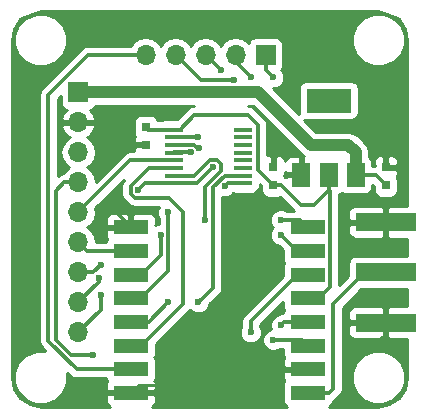
<source format=gbr>
G04 #@! TF.FileFunction,Copper,L1,Top,Signal*
%FSLAX46Y46*%
G04 Gerber Fmt 4.6, Leading zero omitted, Abs format (unit mm)*
G04 Created by KiCad (PCBNEW 4.0.7) date 05/10/18 06:31:36*
%MOMM*%
%LPD*%
G01*
G04 APERTURE LIST*
%ADD10C,0.100000*%
%ADD11R,0.750000X0.800000*%
%ADD12R,1.700000X1.700000*%
%ADD13O,1.700000X1.700000*%
%ADD14R,5.080000X1.500000*%
%ADD15R,3.800000X2.000000*%
%ADD16R,1.500000X2.000000*%
%ADD17R,1.500000X0.450000*%
%ADD18R,2.999740X1.198880*%
%ADD19C,0.600000*%
%ADD20C,1.080000*%
%ADD21C,0.250000*%
%ADD22C,0.300000*%
%ADD23C,1.000000*%
%ADD24C,0.254000*%
G04 APERTURE END LIST*
D10*
D11*
X120015000Y-88265000D03*
X120015000Y-86765000D03*
X140335000Y-90170000D03*
X140335000Y-91670000D03*
X130810000Y-90170000D03*
X130810000Y-91670000D03*
D12*
X114300000Y-83820000D03*
D13*
X114300000Y-86360000D03*
X114300000Y-88900000D03*
X114300000Y-91440000D03*
X114300000Y-93980000D03*
X114300000Y-96520000D03*
X114300000Y-99060000D03*
X114300000Y-101600000D03*
X114300000Y-104140000D03*
D12*
X130175000Y-80645000D03*
D13*
X127635000Y-80645000D03*
X125095000Y-80645000D03*
X122555000Y-80645000D03*
X120015000Y-80645000D03*
D14*
X140335000Y-103310000D03*
X140335000Y-94810000D03*
X140335000Y-99060000D03*
D15*
X135495000Y-84505000D03*
D16*
X135495000Y-90805000D03*
X137795000Y-90805000D03*
X133195000Y-90805000D03*
D17*
X122370000Y-86965000D03*
X122370000Y-87615000D03*
X122370000Y-88265000D03*
X122370000Y-88915000D03*
X122370000Y-89565000D03*
X122370000Y-90215000D03*
X122370000Y-90865000D03*
X122370000Y-91515000D03*
X128270000Y-91515000D03*
X128270000Y-90865000D03*
X128270000Y-90215000D03*
X128270000Y-89565000D03*
X128270000Y-88915000D03*
X128270000Y-88265000D03*
X128270000Y-87615000D03*
X128270000Y-86965000D03*
D18*
X118745000Y-95250000D03*
X118745000Y-97248980D03*
X118745000Y-99247960D03*
X118745000Y-101249480D03*
X118745000Y-103245920D03*
X118745000Y-105247440D03*
X118745000Y-107246420D03*
X118745000Y-109245400D03*
X133741160Y-109245400D03*
X133741160Y-107246420D03*
X133741160Y-105247440D03*
X133741160Y-103245920D03*
X133741160Y-101249480D03*
X133741160Y-99247960D03*
X133741160Y-97248980D03*
X133741160Y-95250000D03*
D19*
X140335000Y-85725000D03*
X130809994Y-88265000D03*
X109855000Y-95250000D03*
X109855000Y-101600000D03*
X115570000Y-109220000D03*
X123825000Y-108585000D03*
X129540000Y-108585000D03*
X116840000Y-93980000D03*
X119380000Y-92075000D03*
X125730000Y-90170000D03*
X117475000Y-87630000D03*
D20*
X137795000Y-105410000D03*
D19*
X128905000Y-104140000D03*
X115570000Y-106045000D03*
X124519620Y-88489633D03*
X116205000Y-98425000D03*
X126712613Y-91775767D03*
X116070378Y-99545368D03*
X125064989Y-94615000D03*
X116205000Y-100965000D03*
X131445000Y-95885000D03*
X130810000Y-82550000D03*
X131445000Y-94615000D03*
X128905000Y-82550000D03*
X130810000Y-104775000D03*
X126365014Y-81915000D03*
X131460010Y-103505000D03*
X127488033Y-82753780D03*
X121269990Y-95885000D03*
X124460000Y-87630000D03*
X123825000Y-88900000D03*
X121920000Y-93980000D03*
X121920000Y-101600000D03*
X124460000Y-101600000D03*
D21*
X140335000Y-90170000D02*
X140335000Y-85725000D01*
D22*
X130810000Y-88265006D02*
X130809994Y-88265000D01*
X130810000Y-90170000D02*
X130810000Y-88265006D01*
D21*
X109855000Y-101600000D02*
X109855000Y-95250000D01*
X118745000Y-109245400D02*
X115595400Y-109245400D01*
X115595400Y-109245400D02*
X115570000Y-109220000D01*
X123825000Y-108585000D02*
X119405400Y-108585000D01*
X119405400Y-108585000D02*
X118745000Y-109245400D01*
X133741160Y-107246420D02*
X130878580Y-107246420D01*
X130878580Y-107246420D02*
X129540000Y-108585000D01*
D22*
X116840000Y-93980000D02*
X117475000Y-93980000D01*
X117475000Y-93980000D02*
X118745000Y-95250000D01*
X122370000Y-91515000D02*
X119940000Y-91515000D01*
X119940000Y-91515000D02*
X119380000Y-92075000D01*
X122370000Y-91515000D02*
X124385000Y-91515000D01*
X124385000Y-91515000D02*
X125730000Y-90170000D01*
X120015000Y-88265000D02*
X118110000Y-88265000D01*
X118110000Y-88265000D02*
X117475000Y-87630000D01*
X140335000Y-103310000D02*
X140335000Y-104360000D01*
X140335000Y-104360000D02*
X139285000Y-105410000D01*
X139285000Y-105410000D02*
X137795000Y-105410000D01*
X130810000Y-91670000D02*
X130810000Y-91645000D01*
X124135000Y-85725000D02*
X122895000Y-86965000D01*
X129524986Y-86614984D02*
X128635002Y-85725000D01*
X129524986Y-90359986D02*
X129524986Y-86614984D01*
X122895000Y-86965000D02*
X122370000Y-86965000D01*
X128635002Y-85725000D02*
X124135000Y-85725000D01*
X130810000Y-91645000D02*
X129524986Y-90359986D01*
X133741160Y-101249480D02*
X134641590Y-101249480D01*
X134641590Y-101249480D02*
X135591031Y-100300039D01*
X135591031Y-100300039D02*
X135591031Y-92201031D01*
X135591031Y-92201031D02*
X135495000Y-92105000D01*
X135495000Y-92105000D02*
X135495000Y-90805000D01*
X122370000Y-86965000D02*
X120215000Y-86965000D01*
X120215000Y-86965000D02*
X120015000Y-86765000D01*
X134255000Y-93345000D02*
X133160000Y-93345000D01*
X133160000Y-93345000D02*
X131485000Y-91670000D01*
X131485000Y-91670000D02*
X130810000Y-91670000D01*
X135495000Y-92105000D02*
X134255000Y-93345000D01*
X137795000Y-90805000D02*
X139470000Y-90805000D01*
X139470000Y-90805000D02*
X140335000Y-91670000D01*
D23*
X114300000Y-83820000D02*
X129540000Y-83820000D01*
X129540000Y-83820000D02*
X133985000Y-88265000D01*
X133985000Y-88265000D02*
X137160000Y-88265000D01*
X137160000Y-88265000D02*
X137795000Y-88900000D01*
X137795000Y-88900000D02*
X137795000Y-90805000D01*
D22*
X128905000Y-104140000D02*
X128905000Y-103183690D01*
X128905000Y-103183690D02*
X132840730Y-99247960D01*
X132840730Y-99247960D02*
X133741160Y-99247960D01*
X112395000Y-104775000D02*
X113665000Y-106045000D01*
X113665000Y-106045000D02*
X115570000Y-106045000D01*
X112395000Y-92142919D02*
X112395000Y-104775000D01*
X114300000Y-91440000D02*
X113097919Y-91440000D01*
X113097919Y-91440000D02*
X112395000Y-92142919D01*
X114300000Y-93980000D02*
X118715000Y-89565000D01*
X118715000Y-89565000D02*
X122370000Y-89565000D01*
X118745000Y-97248980D02*
X115028980Y-97248980D01*
X115028980Y-97248980D02*
X114300000Y-96520000D01*
X124376635Y-88489633D02*
X124519620Y-88489633D01*
X124137001Y-88249999D02*
X124376635Y-88489633D01*
X123435001Y-88249999D02*
X124137001Y-88249999D01*
X123420000Y-88265000D02*
X123435001Y-88249999D01*
X122370000Y-88265000D02*
X123420000Y-88265000D01*
X114300000Y-99060000D02*
X115570000Y-99060000D01*
X115570000Y-99060000D02*
X116205000Y-98425000D01*
X128270000Y-91515000D02*
X126973380Y-91515000D01*
X126973380Y-91515000D02*
X126712613Y-91775767D01*
X114300000Y-101600000D02*
X116070378Y-99829622D01*
X116070378Y-99829622D02*
X116070378Y-99545368D01*
X124072996Y-90865000D02*
X125417998Y-89519998D01*
X126042002Y-89519998D02*
X126380002Y-89857998D01*
X126380002Y-89857998D02*
X126380002Y-90482002D01*
X122370000Y-90865000D02*
X124072996Y-90865000D01*
X125064989Y-94190736D02*
X125064989Y-94615000D01*
X125064989Y-91797015D02*
X125064989Y-94190736D01*
X125417998Y-89519998D02*
X126042002Y-89519998D01*
X126380002Y-90482002D02*
X125064989Y-91797015D01*
X114300000Y-104140000D02*
X116205000Y-102235000D01*
X116205000Y-102235000D02*
X116205000Y-100965000D01*
X131445000Y-95885000D02*
X132808980Y-97248980D01*
X132808980Y-97248980D02*
X133741160Y-97248980D01*
X130175000Y-80645000D02*
X130175000Y-81915000D01*
X130175000Y-81915000D02*
X130810000Y-82550000D01*
X131445000Y-94615000D02*
X133106160Y-94615000D01*
X133106160Y-94615000D02*
X133741160Y-95250000D01*
X127635000Y-80645000D02*
X127635000Y-81280000D01*
X127635000Y-81280000D02*
X128905000Y-82550000D01*
X130810000Y-104775000D02*
X133268720Y-104775000D01*
X133268720Y-104775000D02*
X133741160Y-105247440D01*
X125095000Y-80645000D02*
X126365000Y-81915000D01*
X126365000Y-81915000D02*
X126365014Y-81915000D01*
X131719090Y-103245920D02*
X131460010Y-103505000D01*
X133741160Y-103245920D02*
X131719090Y-103245920D01*
X127063769Y-82753780D02*
X127488033Y-82753780D01*
X124663780Y-82753780D02*
X127063769Y-82753780D01*
X122555000Y-80645000D02*
X124663780Y-82753780D01*
X118812919Y-80645000D02*
X120015000Y-80645000D01*
X115144998Y-80645000D02*
X118812919Y-80645000D01*
X111760000Y-84029998D02*
X115144998Y-80645000D01*
X111760000Y-104847122D02*
X111760000Y-84029998D01*
X114159298Y-107246420D02*
X111760000Y-104847122D01*
X118745000Y-107246420D02*
X114159298Y-107246420D01*
X133741160Y-109245400D02*
X135541030Y-109245400D01*
X135890000Y-108896430D02*
X135890000Y-101715000D01*
X135541030Y-109245400D02*
X135890000Y-108896430D01*
X138545000Y-99060000D02*
X140335000Y-99060000D01*
X135890000Y-101715000D02*
X138545000Y-99060000D01*
X119645430Y-99247960D02*
X121269990Y-97623400D01*
X121269990Y-97623400D02*
X121269990Y-96309264D01*
X118745000Y-99247960D02*
X119645430Y-99247960D01*
X121269990Y-96309264D02*
X121269990Y-95885000D01*
X124445000Y-87615000D02*
X124460000Y-87630000D01*
X122370000Y-87615000D02*
X124445000Y-87615000D01*
X123825000Y-88900000D02*
X122385000Y-88900000D01*
X122385000Y-88900000D02*
X122370000Y-88915000D01*
X118745000Y-101249480D02*
X119645430Y-101249480D01*
X119645430Y-101249480D02*
X121920000Y-98974910D01*
X121920000Y-98974910D02*
X121920000Y-93980000D01*
X121320000Y-90215000D02*
X122370000Y-90215000D01*
X120277996Y-90215000D02*
X121320000Y-90215000D01*
X118729998Y-92387002D02*
X118729998Y-91762998D01*
X119067998Y-92725002D02*
X118729998Y-92387002D01*
X121975000Y-92725002D02*
X119067998Y-92725002D01*
X123190000Y-93940002D02*
X121975000Y-92725002D01*
X123190000Y-101702870D02*
X123190000Y-93940002D01*
X119645430Y-105247440D02*
X123190000Y-101702870D01*
X118745000Y-105247440D02*
X119645430Y-105247440D01*
X118729998Y-91762998D02*
X120277996Y-90215000D01*
X124759999Y-101300001D02*
X124460000Y-101600000D01*
X125714999Y-100345001D02*
X124759999Y-101300001D01*
X125714999Y-91854127D02*
X125714999Y-100345001D01*
X128270000Y-90865000D02*
X126704126Y-90865000D01*
X126704126Y-90865000D02*
X125714999Y-91854127D01*
X121920000Y-101600000D02*
X120274080Y-103245920D01*
X120274080Y-103245920D02*
X118745000Y-103245920D01*
D24*
G36*
X142165000Y-101925000D02*
X140620750Y-101925000D01*
X140462000Y-102083750D01*
X140462000Y-103183000D01*
X140482000Y-103183000D01*
X140482000Y-103437000D01*
X140462000Y-103437000D01*
X140462000Y-104536250D01*
X140620750Y-104695000D01*
X142165000Y-104695000D01*
X142165000Y-107880069D01*
X141964512Y-108887993D01*
X141433183Y-109683183D01*
X140637993Y-110214512D01*
X139630069Y-110415000D01*
X135527634Y-110415000D01*
X135692471Y-110308930D01*
X135837461Y-110096730D01*
X135866367Y-109953987D01*
X136096109Y-109800479D01*
X136445079Y-109451509D01*
X136615245Y-109196837D01*
X136675000Y-108896430D01*
X136675000Y-108392619D01*
X137464613Y-108392619D01*
X137804155Y-109214372D01*
X138432321Y-109843636D01*
X139253481Y-110184611D01*
X140142619Y-110185387D01*
X140964372Y-109845845D01*
X141593636Y-109217679D01*
X141934611Y-108396519D01*
X141935387Y-107507381D01*
X141595845Y-106685628D01*
X140967679Y-106056364D01*
X140146519Y-105715389D01*
X139257381Y-105714613D01*
X138435628Y-106054155D01*
X137806364Y-106682321D01*
X137465389Y-107503481D01*
X137464613Y-108392619D01*
X136675000Y-108392619D01*
X136675000Y-103595750D01*
X137160000Y-103595750D01*
X137160000Y-104186309D01*
X137256673Y-104419698D01*
X137435301Y-104598327D01*
X137668690Y-104695000D01*
X140049250Y-104695000D01*
X140208000Y-104536250D01*
X140208000Y-103437000D01*
X137318750Y-103437000D01*
X137160000Y-103595750D01*
X136675000Y-103595750D01*
X136675000Y-102433691D01*
X137160000Y-102433691D01*
X137160000Y-103024250D01*
X137318750Y-103183000D01*
X140208000Y-103183000D01*
X140208000Y-102083750D01*
X140049250Y-101925000D01*
X137668690Y-101925000D01*
X137435301Y-102021673D01*
X137256673Y-102200302D01*
X137160000Y-102433691D01*
X136675000Y-102433691D01*
X136675000Y-102040158D01*
X138257718Y-100457440D01*
X142165000Y-100457440D01*
X142165000Y-101925000D01*
X142165000Y-101925000D01*
G37*
X142165000Y-101925000D02*
X140620750Y-101925000D01*
X140462000Y-102083750D01*
X140462000Y-103183000D01*
X140482000Y-103183000D01*
X140482000Y-103437000D01*
X140462000Y-103437000D01*
X140462000Y-104536250D01*
X140620750Y-104695000D01*
X142165000Y-104695000D01*
X142165000Y-107880069D01*
X141964512Y-108887993D01*
X141433183Y-109683183D01*
X140637993Y-110214512D01*
X139630069Y-110415000D01*
X135527634Y-110415000D01*
X135692471Y-110308930D01*
X135837461Y-110096730D01*
X135866367Y-109953987D01*
X136096109Y-109800479D01*
X136445079Y-109451509D01*
X136615245Y-109196837D01*
X136675000Y-108896430D01*
X136675000Y-108392619D01*
X137464613Y-108392619D01*
X137804155Y-109214372D01*
X138432321Y-109843636D01*
X139253481Y-110184611D01*
X140142619Y-110185387D01*
X140964372Y-109845845D01*
X141593636Y-109217679D01*
X141934611Y-108396519D01*
X141935387Y-107507381D01*
X141595845Y-106685628D01*
X140967679Y-106056364D01*
X140146519Y-105715389D01*
X139257381Y-105714613D01*
X138435628Y-106054155D01*
X137806364Y-106682321D01*
X137465389Y-107503481D01*
X137464613Y-108392619D01*
X136675000Y-108392619D01*
X136675000Y-103595750D01*
X137160000Y-103595750D01*
X137160000Y-104186309D01*
X137256673Y-104419698D01*
X137435301Y-104598327D01*
X137668690Y-104695000D01*
X140049250Y-104695000D01*
X140208000Y-104536250D01*
X140208000Y-103437000D01*
X137318750Y-103437000D01*
X137160000Y-103595750D01*
X136675000Y-103595750D01*
X136675000Y-102433691D01*
X137160000Y-102433691D01*
X137160000Y-103024250D01*
X137318750Y-103183000D01*
X140208000Y-103183000D01*
X140208000Y-102083750D01*
X140049250Y-101925000D01*
X137668690Y-101925000D01*
X137435301Y-102021673D01*
X137256673Y-102200302D01*
X137160000Y-102433691D01*
X136675000Y-102433691D01*
X136675000Y-102040158D01*
X138257718Y-100457440D01*
X142165000Y-100457440D01*
X142165000Y-101925000D01*
G36*
X141148816Y-77451809D02*
X141433183Y-77641817D01*
X141964512Y-78437007D01*
X142165000Y-79444931D01*
X142165000Y-93425000D01*
X140620750Y-93425000D01*
X140462000Y-93583750D01*
X140462000Y-94683000D01*
X140482000Y-94683000D01*
X140482000Y-94937000D01*
X140462000Y-94937000D01*
X140462000Y-96036250D01*
X140620750Y-96195000D01*
X142165000Y-96195000D01*
X142165000Y-97662560D01*
X137795000Y-97662560D01*
X137559683Y-97706838D01*
X137343559Y-97845910D01*
X137198569Y-98058110D01*
X137147560Y-98310000D01*
X137147560Y-99347282D01*
X136376031Y-100118811D01*
X136376031Y-95095750D01*
X137160000Y-95095750D01*
X137160000Y-95686309D01*
X137256673Y-95919698D01*
X137435301Y-96098327D01*
X137668690Y-96195000D01*
X140049250Y-96195000D01*
X140208000Y-96036250D01*
X140208000Y-94937000D01*
X137318750Y-94937000D01*
X137160000Y-95095750D01*
X136376031Y-95095750D01*
X136376031Y-93933691D01*
X137160000Y-93933691D01*
X137160000Y-94524250D01*
X137318750Y-94683000D01*
X140208000Y-94683000D01*
X140208000Y-93583750D01*
X140049250Y-93425000D01*
X137668690Y-93425000D01*
X137435301Y-93521673D01*
X137256673Y-93700302D01*
X137160000Y-93933691D01*
X136376031Y-93933691D01*
X136376031Y-92427785D01*
X136480317Y-92408162D01*
X136646477Y-92301241D01*
X136793110Y-92401431D01*
X137045000Y-92452440D01*
X138545000Y-92452440D01*
X138780317Y-92408162D01*
X138996441Y-92269090D01*
X139141431Y-92056890D01*
X139192440Y-91805000D01*
X139192440Y-91637598D01*
X139312560Y-91757718D01*
X139312560Y-92070000D01*
X139356838Y-92305317D01*
X139495910Y-92521441D01*
X139708110Y-92666431D01*
X139960000Y-92717440D01*
X140710000Y-92717440D01*
X140945317Y-92673162D01*
X141161441Y-92534090D01*
X141306431Y-92321890D01*
X141357440Y-92070000D01*
X141357440Y-91270000D01*
X141313162Y-91034683D01*
X141246671Y-90931354D01*
X141248327Y-90929698D01*
X141345000Y-90696309D01*
X141345000Y-90455750D01*
X141186250Y-90297000D01*
X140462000Y-90297000D01*
X140462000Y-90317000D01*
X140208000Y-90317000D01*
X140208000Y-90297000D01*
X140188000Y-90297000D01*
X140188000Y-90043000D01*
X140208000Y-90043000D01*
X140208000Y-89293750D01*
X140462000Y-89293750D01*
X140462000Y-90043000D01*
X141186250Y-90043000D01*
X141345000Y-89884250D01*
X141345000Y-89643691D01*
X141248327Y-89410302D01*
X141069699Y-89231673D01*
X140836310Y-89135000D01*
X140620750Y-89135000D01*
X140462000Y-89293750D01*
X140208000Y-89293750D01*
X140049250Y-89135000D01*
X139833690Y-89135000D01*
X139600301Y-89231673D01*
X139421673Y-89410302D01*
X139325000Y-89643691D01*
X139325000Y-89884250D01*
X139460750Y-90020000D01*
X139192440Y-90020000D01*
X139192440Y-89805000D01*
X139148162Y-89569683D01*
X139009090Y-89353559D01*
X138930000Y-89299519D01*
X138930000Y-88900000D01*
X138925208Y-88875910D01*
X138843604Y-88465655D01*
X138597566Y-88097434D01*
X137962566Y-87462434D01*
X137936224Y-87444833D01*
X137594346Y-87216397D01*
X137160000Y-87130000D01*
X134455132Y-87130000D01*
X133447754Y-86122622D01*
X133595000Y-86152440D01*
X137395000Y-86152440D01*
X137630317Y-86108162D01*
X137846441Y-85969090D01*
X137991431Y-85756890D01*
X138042440Y-85505000D01*
X138042440Y-83505000D01*
X137998162Y-83269683D01*
X137859090Y-83053559D01*
X137646890Y-82908569D01*
X137395000Y-82857560D01*
X133595000Y-82857560D01*
X133359683Y-82901838D01*
X133143559Y-83040910D01*
X132998569Y-83253110D01*
X132947560Y-83505000D01*
X132947560Y-85505000D01*
X132974777Y-85649645D01*
X130810133Y-83485001D01*
X130995167Y-83485162D01*
X131338943Y-83343117D01*
X131602192Y-83080327D01*
X131744838Y-82736799D01*
X131745162Y-82364833D01*
X131603117Y-82021057D01*
X131502779Y-81920543D01*
X131621431Y-81746890D01*
X131672440Y-81495000D01*
X131672440Y-79817619D01*
X137464613Y-79817619D01*
X137804155Y-80639372D01*
X138432321Y-81268636D01*
X139253481Y-81609611D01*
X140142619Y-81610387D01*
X140964372Y-81270845D01*
X141593636Y-80642679D01*
X141934611Y-79821519D01*
X141935387Y-78932381D01*
X141595845Y-78110628D01*
X140967679Y-77481364D01*
X140146519Y-77140389D01*
X139257381Y-77139613D01*
X138435628Y-77479155D01*
X137806364Y-78107321D01*
X137465389Y-78928481D01*
X137464613Y-79817619D01*
X131672440Y-79817619D01*
X131672440Y-79795000D01*
X131628162Y-79559683D01*
X131489090Y-79343559D01*
X131276890Y-79198569D01*
X131025000Y-79147560D01*
X129325000Y-79147560D01*
X129089683Y-79191838D01*
X128873559Y-79330910D01*
X128728569Y-79543110D01*
X128714914Y-79610541D01*
X128685054Y-79565853D01*
X128203285Y-79243946D01*
X127635000Y-79130907D01*
X127066715Y-79243946D01*
X126584946Y-79565853D01*
X126365000Y-79895026D01*
X126145054Y-79565853D01*
X125663285Y-79243946D01*
X125095000Y-79130907D01*
X124526715Y-79243946D01*
X124044946Y-79565853D01*
X123825000Y-79895026D01*
X123605054Y-79565853D01*
X123123285Y-79243946D01*
X122555000Y-79130907D01*
X121986715Y-79243946D01*
X121504946Y-79565853D01*
X121285000Y-79895026D01*
X121065054Y-79565853D01*
X120583285Y-79243946D01*
X120015000Y-79130907D01*
X119446715Y-79243946D01*
X118964946Y-79565853D01*
X118768404Y-79860000D01*
X115144998Y-79860000D01*
X114844591Y-79919755D01*
X114589919Y-80089921D01*
X111204921Y-83474919D01*
X111034755Y-83729591D01*
X110975000Y-84029998D01*
X110975000Y-104847122D01*
X111034755Y-105147529D01*
X111204921Y-105402201D01*
X111518062Y-105715342D01*
X110682381Y-105714613D01*
X109860628Y-106054155D01*
X109231364Y-106682321D01*
X108890389Y-107503481D01*
X108889613Y-108392619D01*
X109229155Y-109214372D01*
X109857321Y-109843636D01*
X110678481Y-110184611D01*
X111567619Y-110185387D01*
X112389372Y-109845845D01*
X113018636Y-109217679D01*
X113359611Y-108396519D01*
X113360343Y-107557623D01*
X113604219Y-107801499D01*
X113858892Y-107971665D01*
X114159298Y-108031420D01*
X116632606Y-108031420D01*
X116641968Y-108081177D01*
X116747651Y-108245413D01*
X116706803Y-108286261D01*
X116610130Y-108519650D01*
X116610130Y-108959650D01*
X116768880Y-109118400D01*
X118618000Y-109118400D01*
X118618000Y-109098400D01*
X118872000Y-109098400D01*
X118872000Y-109118400D01*
X120721120Y-109118400D01*
X120879870Y-108959650D01*
X120879870Y-108519650D01*
X120783197Y-108286261D01*
X120741195Y-108244260D01*
X120841301Y-108097750D01*
X120892310Y-107845860D01*
X120892310Y-106646980D01*
X120848032Y-106411663D01*
X120741078Y-106245452D01*
X120841301Y-106098770D01*
X120892310Y-105846880D01*
X120892310Y-105110718D01*
X123745079Y-102257949D01*
X123765362Y-102227594D01*
X123929673Y-102392192D01*
X124273201Y-102534838D01*
X124645167Y-102535162D01*
X124988943Y-102393117D01*
X125252192Y-102130327D01*
X125394838Y-101786799D01*
X125394848Y-101775310D01*
X126270078Y-100900080D01*
X126440244Y-100645408D01*
X126499999Y-100345001D01*
X126499999Y-92699886D01*
X126525814Y-92710605D01*
X126897780Y-92710929D01*
X127241556Y-92568884D01*
X127439622Y-92371163D01*
X127520000Y-92387440D01*
X129020000Y-92387440D01*
X129255317Y-92343162D01*
X129471441Y-92204090D01*
X129616431Y-91991890D01*
X129667440Y-91740000D01*
X129667440Y-91612598D01*
X129787560Y-91732718D01*
X129787560Y-92070000D01*
X129831838Y-92305317D01*
X129970910Y-92521441D01*
X130183110Y-92666431D01*
X130435000Y-92717440D01*
X131185000Y-92717440D01*
X131384705Y-92679863D01*
X132534842Y-93830000D01*
X131982506Y-93830000D01*
X131975327Y-93822808D01*
X131631799Y-93680162D01*
X131259833Y-93679838D01*
X130916057Y-93821883D01*
X130652808Y-94084673D01*
X130510162Y-94428201D01*
X130509838Y-94800167D01*
X130651883Y-95143943D01*
X130757710Y-95249954D01*
X130652808Y-95354673D01*
X130510162Y-95698201D01*
X130509838Y-96070167D01*
X130651883Y-96413943D01*
X130914673Y-96677192D01*
X131258201Y-96819838D01*
X131269690Y-96819848D01*
X131593850Y-97144008D01*
X131593850Y-97848420D01*
X131638128Y-98083737D01*
X131745082Y-98249948D01*
X131644859Y-98396630D01*
X131593850Y-98648520D01*
X131593850Y-99384682D01*
X128349921Y-102628611D01*
X128179755Y-102883283D01*
X128166500Y-102949921D01*
X128120000Y-103183690D01*
X128120000Y-103602494D01*
X128112808Y-103609673D01*
X127970162Y-103953201D01*
X127969838Y-104325167D01*
X128111883Y-104668943D01*
X128374673Y-104932192D01*
X128718201Y-105074838D01*
X129090167Y-105075162D01*
X129433943Y-104933117D01*
X129697192Y-104670327D01*
X129839838Y-104326799D01*
X129840162Y-103954833D01*
X129698117Y-103611057D01*
X129690000Y-103602926D01*
X129690000Y-103508848D01*
X131593850Y-101604998D01*
X131593850Y-101848920D01*
X131638128Y-102084237D01*
X131744240Y-102249140D01*
X131644859Y-102394590D01*
X131627747Y-102479089D01*
X131418684Y-102520675D01*
X131345014Y-102569899D01*
X131274843Y-102569838D01*
X130931067Y-102711883D01*
X130667818Y-102974673D01*
X130525172Y-103318201D01*
X130524848Y-103690167D01*
X130592253Y-103853300D01*
X130281057Y-103981883D01*
X130017808Y-104244673D01*
X129875162Y-104588201D01*
X129874838Y-104960167D01*
X130016883Y-105303943D01*
X130279673Y-105567192D01*
X130623201Y-105709838D01*
X130995167Y-105710162D01*
X131338943Y-105568117D01*
X131347074Y-105560000D01*
X131593850Y-105560000D01*
X131593850Y-105846880D01*
X131638128Y-106082197D01*
X131743811Y-106246433D01*
X131702963Y-106287281D01*
X131606290Y-106520670D01*
X131606290Y-106960670D01*
X131765040Y-107119420D01*
X133614160Y-107119420D01*
X133614160Y-107099420D01*
X133868160Y-107099420D01*
X133868160Y-107119420D01*
X133888160Y-107119420D01*
X133888160Y-107373420D01*
X133868160Y-107373420D01*
X133868160Y-107393420D01*
X133614160Y-107393420D01*
X133614160Y-107373420D01*
X131765040Y-107373420D01*
X131606290Y-107532170D01*
X131606290Y-107972170D01*
X131702963Y-108205559D01*
X131744965Y-108247560D01*
X131644859Y-108394070D01*
X131593850Y-108645960D01*
X131593850Y-109844840D01*
X131638128Y-110080157D01*
X131777200Y-110296281D01*
X131950951Y-110415000D01*
X120527716Y-110415000D01*
X120604568Y-110383167D01*
X120783197Y-110204539D01*
X120879870Y-109971150D01*
X120879870Y-109531150D01*
X120721120Y-109372400D01*
X118872000Y-109372400D01*
X118872000Y-109392400D01*
X118618000Y-109392400D01*
X118618000Y-109372400D01*
X116768880Y-109372400D01*
X116610130Y-109531150D01*
X116610130Y-109971150D01*
X116706803Y-110204539D01*
X116885432Y-110383167D01*
X116962284Y-110415000D01*
X111194931Y-110415000D01*
X110187007Y-110214512D01*
X109391817Y-109683183D01*
X108860488Y-108887993D01*
X108660000Y-107880069D01*
X108660000Y-79817619D01*
X108889613Y-79817619D01*
X109229155Y-80639372D01*
X109857321Y-81268636D01*
X110678481Y-81609611D01*
X111567619Y-81610387D01*
X112389372Y-81270845D01*
X113018636Y-80642679D01*
X113359611Y-79821519D01*
X113360387Y-78932381D01*
X113020845Y-78110628D01*
X112392679Y-77481364D01*
X111571519Y-77140389D01*
X110682381Y-77139613D01*
X109860628Y-77479155D01*
X109231364Y-78107321D01*
X108890389Y-78928481D01*
X108889613Y-79817619D01*
X108660000Y-79817619D01*
X108660000Y-79444931D01*
X108860488Y-78437007D01*
X109391817Y-77641817D01*
X109676184Y-77451809D01*
X111145610Y-76962000D01*
X139679390Y-76962000D01*
X141148816Y-77451809D01*
X141148816Y-77451809D01*
G37*
X141148816Y-77451809D02*
X141433183Y-77641817D01*
X141964512Y-78437007D01*
X142165000Y-79444931D01*
X142165000Y-93425000D01*
X140620750Y-93425000D01*
X140462000Y-93583750D01*
X140462000Y-94683000D01*
X140482000Y-94683000D01*
X140482000Y-94937000D01*
X140462000Y-94937000D01*
X140462000Y-96036250D01*
X140620750Y-96195000D01*
X142165000Y-96195000D01*
X142165000Y-97662560D01*
X137795000Y-97662560D01*
X137559683Y-97706838D01*
X137343559Y-97845910D01*
X137198569Y-98058110D01*
X137147560Y-98310000D01*
X137147560Y-99347282D01*
X136376031Y-100118811D01*
X136376031Y-95095750D01*
X137160000Y-95095750D01*
X137160000Y-95686309D01*
X137256673Y-95919698D01*
X137435301Y-96098327D01*
X137668690Y-96195000D01*
X140049250Y-96195000D01*
X140208000Y-96036250D01*
X140208000Y-94937000D01*
X137318750Y-94937000D01*
X137160000Y-95095750D01*
X136376031Y-95095750D01*
X136376031Y-93933691D01*
X137160000Y-93933691D01*
X137160000Y-94524250D01*
X137318750Y-94683000D01*
X140208000Y-94683000D01*
X140208000Y-93583750D01*
X140049250Y-93425000D01*
X137668690Y-93425000D01*
X137435301Y-93521673D01*
X137256673Y-93700302D01*
X137160000Y-93933691D01*
X136376031Y-93933691D01*
X136376031Y-92427785D01*
X136480317Y-92408162D01*
X136646477Y-92301241D01*
X136793110Y-92401431D01*
X137045000Y-92452440D01*
X138545000Y-92452440D01*
X138780317Y-92408162D01*
X138996441Y-92269090D01*
X139141431Y-92056890D01*
X139192440Y-91805000D01*
X139192440Y-91637598D01*
X139312560Y-91757718D01*
X139312560Y-92070000D01*
X139356838Y-92305317D01*
X139495910Y-92521441D01*
X139708110Y-92666431D01*
X139960000Y-92717440D01*
X140710000Y-92717440D01*
X140945317Y-92673162D01*
X141161441Y-92534090D01*
X141306431Y-92321890D01*
X141357440Y-92070000D01*
X141357440Y-91270000D01*
X141313162Y-91034683D01*
X141246671Y-90931354D01*
X141248327Y-90929698D01*
X141345000Y-90696309D01*
X141345000Y-90455750D01*
X141186250Y-90297000D01*
X140462000Y-90297000D01*
X140462000Y-90317000D01*
X140208000Y-90317000D01*
X140208000Y-90297000D01*
X140188000Y-90297000D01*
X140188000Y-90043000D01*
X140208000Y-90043000D01*
X140208000Y-89293750D01*
X140462000Y-89293750D01*
X140462000Y-90043000D01*
X141186250Y-90043000D01*
X141345000Y-89884250D01*
X141345000Y-89643691D01*
X141248327Y-89410302D01*
X141069699Y-89231673D01*
X140836310Y-89135000D01*
X140620750Y-89135000D01*
X140462000Y-89293750D01*
X140208000Y-89293750D01*
X140049250Y-89135000D01*
X139833690Y-89135000D01*
X139600301Y-89231673D01*
X139421673Y-89410302D01*
X139325000Y-89643691D01*
X139325000Y-89884250D01*
X139460750Y-90020000D01*
X139192440Y-90020000D01*
X139192440Y-89805000D01*
X139148162Y-89569683D01*
X139009090Y-89353559D01*
X138930000Y-89299519D01*
X138930000Y-88900000D01*
X138925208Y-88875910D01*
X138843604Y-88465655D01*
X138597566Y-88097434D01*
X137962566Y-87462434D01*
X137936224Y-87444833D01*
X137594346Y-87216397D01*
X137160000Y-87130000D01*
X134455132Y-87130000D01*
X133447754Y-86122622D01*
X133595000Y-86152440D01*
X137395000Y-86152440D01*
X137630317Y-86108162D01*
X137846441Y-85969090D01*
X137991431Y-85756890D01*
X138042440Y-85505000D01*
X138042440Y-83505000D01*
X137998162Y-83269683D01*
X137859090Y-83053559D01*
X137646890Y-82908569D01*
X137395000Y-82857560D01*
X133595000Y-82857560D01*
X133359683Y-82901838D01*
X133143559Y-83040910D01*
X132998569Y-83253110D01*
X132947560Y-83505000D01*
X132947560Y-85505000D01*
X132974777Y-85649645D01*
X130810133Y-83485001D01*
X130995167Y-83485162D01*
X131338943Y-83343117D01*
X131602192Y-83080327D01*
X131744838Y-82736799D01*
X131745162Y-82364833D01*
X131603117Y-82021057D01*
X131502779Y-81920543D01*
X131621431Y-81746890D01*
X131672440Y-81495000D01*
X131672440Y-79817619D01*
X137464613Y-79817619D01*
X137804155Y-80639372D01*
X138432321Y-81268636D01*
X139253481Y-81609611D01*
X140142619Y-81610387D01*
X140964372Y-81270845D01*
X141593636Y-80642679D01*
X141934611Y-79821519D01*
X141935387Y-78932381D01*
X141595845Y-78110628D01*
X140967679Y-77481364D01*
X140146519Y-77140389D01*
X139257381Y-77139613D01*
X138435628Y-77479155D01*
X137806364Y-78107321D01*
X137465389Y-78928481D01*
X137464613Y-79817619D01*
X131672440Y-79817619D01*
X131672440Y-79795000D01*
X131628162Y-79559683D01*
X131489090Y-79343559D01*
X131276890Y-79198569D01*
X131025000Y-79147560D01*
X129325000Y-79147560D01*
X129089683Y-79191838D01*
X128873559Y-79330910D01*
X128728569Y-79543110D01*
X128714914Y-79610541D01*
X128685054Y-79565853D01*
X128203285Y-79243946D01*
X127635000Y-79130907D01*
X127066715Y-79243946D01*
X126584946Y-79565853D01*
X126365000Y-79895026D01*
X126145054Y-79565853D01*
X125663285Y-79243946D01*
X125095000Y-79130907D01*
X124526715Y-79243946D01*
X124044946Y-79565853D01*
X123825000Y-79895026D01*
X123605054Y-79565853D01*
X123123285Y-79243946D01*
X122555000Y-79130907D01*
X121986715Y-79243946D01*
X121504946Y-79565853D01*
X121285000Y-79895026D01*
X121065054Y-79565853D01*
X120583285Y-79243946D01*
X120015000Y-79130907D01*
X119446715Y-79243946D01*
X118964946Y-79565853D01*
X118768404Y-79860000D01*
X115144998Y-79860000D01*
X114844591Y-79919755D01*
X114589919Y-80089921D01*
X111204921Y-83474919D01*
X111034755Y-83729591D01*
X110975000Y-84029998D01*
X110975000Y-104847122D01*
X111034755Y-105147529D01*
X111204921Y-105402201D01*
X111518062Y-105715342D01*
X110682381Y-105714613D01*
X109860628Y-106054155D01*
X109231364Y-106682321D01*
X108890389Y-107503481D01*
X108889613Y-108392619D01*
X109229155Y-109214372D01*
X109857321Y-109843636D01*
X110678481Y-110184611D01*
X111567619Y-110185387D01*
X112389372Y-109845845D01*
X113018636Y-109217679D01*
X113359611Y-108396519D01*
X113360343Y-107557623D01*
X113604219Y-107801499D01*
X113858892Y-107971665D01*
X114159298Y-108031420D01*
X116632606Y-108031420D01*
X116641968Y-108081177D01*
X116747651Y-108245413D01*
X116706803Y-108286261D01*
X116610130Y-108519650D01*
X116610130Y-108959650D01*
X116768880Y-109118400D01*
X118618000Y-109118400D01*
X118618000Y-109098400D01*
X118872000Y-109098400D01*
X118872000Y-109118400D01*
X120721120Y-109118400D01*
X120879870Y-108959650D01*
X120879870Y-108519650D01*
X120783197Y-108286261D01*
X120741195Y-108244260D01*
X120841301Y-108097750D01*
X120892310Y-107845860D01*
X120892310Y-106646980D01*
X120848032Y-106411663D01*
X120741078Y-106245452D01*
X120841301Y-106098770D01*
X120892310Y-105846880D01*
X120892310Y-105110718D01*
X123745079Y-102257949D01*
X123765362Y-102227594D01*
X123929673Y-102392192D01*
X124273201Y-102534838D01*
X124645167Y-102535162D01*
X124988943Y-102393117D01*
X125252192Y-102130327D01*
X125394838Y-101786799D01*
X125394848Y-101775310D01*
X126270078Y-100900080D01*
X126440244Y-100645408D01*
X126499999Y-100345001D01*
X126499999Y-92699886D01*
X126525814Y-92710605D01*
X126897780Y-92710929D01*
X127241556Y-92568884D01*
X127439622Y-92371163D01*
X127520000Y-92387440D01*
X129020000Y-92387440D01*
X129255317Y-92343162D01*
X129471441Y-92204090D01*
X129616431Y-91991890D01*
X129667440Y-91740000D01*
X129667440Y-91612598D01*
X129787560Y-91732718D01*
X129787560Y-92070000D01*
X129831838Y-92305317D01*
X129970910Y-92521441D01*
X130183110Y-92666431D01*
X130435000Y-92717440D01*
X131185000Y-92717440D01*
X131384705Y-92679863D01*
X132534842Y-93830000D01*
X131982506Y-93830000D01*
X131975327Y-93822808D01*
X131631799Y-93680162D01*
X131259833Y-93679838D01*
X130916057Y-93821883D01*
X130652808Y-94084673D01*
X130510162Y-94428201D01*
X130509838Y-94800167D01*
X130651883Y-95143943D01*
X130757710Y-95249954D01*
X130652808Y-95354673D01*
X130510162Y-95698201D01*
X130509838Y-96070167D01*
X130651883Y-96413943D01*
X130914673Y-96677192D01*
X131258201Y-96819838D01*
X131269690Y-96819848D01*
X131593850Y-97144008D01*
X131593850Y-97848420D01*
X131638128Y-98083737D01*
X131745082Y-98249948D01*
X131644859Y-98396630D01*
X131593850Y-98648520D01*
X131593850Y-99384682D01*
X128349921Y-102628611D01*
X128179755Y-102883283D01*
X128166500Y-102949921D01*
X128120000Y-103183690D01*
X128120000Y-103602494D01*
X128112808Y-103609673D01*
X127970162Y-103953201D01*
X127969838Y-104325167D01*
X128111883Y-104668943D01*
X128374673Y-104932192D01*
X128718201Y-105074838D01*
X129090167Y-105075162D01*
X129433943Y-104933117D01*
X129697192Y-104670327D01*
X129839838Y-104326799D01*
X129840162Y-103954833D01*
X129698117Y-103611057D01*
X129690000Y-103602926D01*
X129690000Y-103508848D01*
X131593850Y-101604998D01*
X131593850Y-101848920D01*
X131638128Y-102084237D01*
X131744240Y-102249140D01*
X131644859Y-102394590D01*
X131627747Y-102479089D01*
X131418684Y-102520675D01*
X131345014Y-102569899D01*
X131274843Y-102569838D01*
X130931067Y-102711883D01*
X130667818Y-102974673D01*
X130525172Y-103318201D01*
X130524848Y-103690167D01*
X130592253Y-103853300D01*
X130281057Y-103981883D01*
X130017808Y-104244673D01*
X129875162Y-104588201D01*
X129874838Y-104960167D01*
X130016883Y-105303943D01*
X130279673Y-105567192D01*
X130623201Y-105709838D01*
X130995167Y-105710162D01*
X131338943Y-105568117D01*
X131347074Y-105560000D01*
X131593850Y-105560000D01*
X131593850Y-105846880D01*
X131638128Y-106082197D01*
X131743811Y-106246433D01*
X131702963Y-106287281D01*
X131606290Y-106520670D01*
X131606290Y-106960670D01*
X131765040Y-107119420D01*
X133614160Y-107119420D01*
X133614160Y-107099420D01*
X133868160Y-107099420D01*
X133868160Y-107119420D01*
X133888160Y-107119420D01*
X133888160Y-107373420D01*
X133868160Y-107373420D01*
X133868160Y-107393420D01*
X133614160Y-107393420D01*
X133614160Y-107373420D01*
X131765040Y-107373420D01*
X131606290Y-107532170D01*
X131606290Y-107972170D01*
X131702963Y-108205559D01*
X131744965Y-108247560D01*
X131644859Y-108394070D01*
X131593850Y-108645960D01*
X131593850Y-109844840D01*
X131638128Y-110080157D01*
X131777200Y-110296281D01*
X131950951Y-110415000D01*
X120527716Y-110415000D01*
X120604568Y-110383167D01*
X120783197Y-110204539D01*
X120879870Y-109971150D01*
X120879870Y-109531150D01*
X120721120Y-109372400D01*
X118872000Y-109372400D01*
X118872000Y-109392400D01*
X118618000Y-109392400D01*
X118618000Y-109372400D01*
X116768880Y-109372400D01*
X116610130Y-109531150D01*
X116610130Y-109971150D01*
X116706803Y-110204539D01*
X116885432Y-110383167D01*
X116962284Y-110415000D01*
X111194931Y-110415000D01*
X110187007Y-110214512D01*
X109391817Y-109683183D01*
X108860488Y-108887993D01*
X108660000Y-107880069D01*
X108660000Y-79817619D01*
X108889613Y-79817619D01*
X109229155Y-80639372D01*
X109857321Y-81268636D01*
X110678481Y-81609611D01*
X111567619Y-81610387D01*
X112389372Y-81270845D01*
X113018636Y-80642679D01*
X113359611Y-79821519D01*
X113360387Y-78932381D01*
X113020845Y-78110628D01*
X112392679Y-77481364D01*
X111571519Y-77140389D01*
X110682381Y-77139613D01*
X109860628Y-77479155D01*
X109231364Y-78107321D01*
X108890389Y-78928481D01*
X108889613Y-79817619D01*
X108660000Y-79817619D01*
X108660000Y-79444931D01*
X108860488Y-78437007D01*
X109391817Y-77641817D01*
X109676184Y-77451809D01*
X111145610Y-76962000D01*
X139679390Y-76962000D01*
X141148816Y-77451809D01*
G36*
X118004753Y-91462591D02*
X117994328Y-91515000D01*
X117944998Y-91762998D01*
X117944998Y-92387002D01*
X118004753Y-92687409D01*
X118174919Y-92942081D01*
X118512919Y-93280081D01*
X118767591Y-93450247D01*
X119067998Y-93510002D01*
X121102757Y-93510002D01*
X120985162Y-93793201D01*
X120984838Y-94165167D01*
X121126883Y-94508943D01*
X121135000Y-94517074D01*
X121135000Y-94949882D01*
X121084823Y-94949838D01*
X120760116Y-95084004D01*
X120879870Y-94964250D01*
X120879870Y-94524250D01*
X120783197Y-94290861D01*
X120604568Y-94112233D01*
X120371179Y-94015560D01*
X119030750Y-94015560D01*
X118872000Y-94174310D01*
X118872000Y-95123000D01*
X118892000Y-95123000D01*
X118892000Y-95377000D01*
X118872000Y-95377000D01*
X118872000Y-95397000D01*
X118618000Y-95397000D01*
X118618000Y-95377000D01*
X116768880Y-95377000D01*
X116610130Y-95535750D01*
X116610130Y-95975750D01*
X116706803Y-96209139D01*
X116748805Y-96251140D01*
X116648699Y-96397650D01*
X116635267Y-96463980D01*
X115802950Y-96463980D01*
X115701054Y-95951715D01*
X115379147Y-95469946D01*
X115049974Y-95250000D01*
X115379147Y-95030054D01*
X115701054Y-94548285D01*
X115705834Y-94524250D01*
X116610130Y-94524250D01*
X116610130Y-94964250D01*
X116768880Y-95123000D01*
X118618000Y-95123000D01*
X118618000Y-94174310D01*
X118459250Y-94015560D01*
X117118821Y-94015560D01*
X116885432Y-94112233D01*
X116706803Y-94290861D01*
X116610130Y-94524250D01*
X115705834Y-94524250D01*
X115814093Y-93980000D01*
X115747076Y-93643082D01*
X118160179Y-91229979D01*
X118004753Y-91462591D01*
X118004753Y-91462591D01*
G37*
X118004753Y-91462591D02*
X117994328Y-91515000D01*
X117944998Y-91762998D01*
X117944998Y-92387002D01*
X118004753Y-92687409D01*
X118174919Y-92942081D01*
X118512919Y-93280081D01*
X118767591Y-93450247D01*
X119067998Y-93510002D01*
X121102757Y-93510002D01*
X120985162Y-93793201D01*
X120984838Y-94165167D01*
X121126883Y-94508943D01*
X121135000Y-94517074D01*
X121135000Y-94949882D01*
X121084823Y-94949838D01*
X120760116Y-95084004D01*
X120879870Y-94964250D01*
X120879870Y-94524250D01*
X120783197Y-94290861D01*
X120604568Y-94112233D01*
X120371179Y-94015560D01*
X119030750Y-94015560D01*
X118872000Y-94174310D01*
X118872000Y-95123000D01*
X118892000Y-95123000D01*
X118892000Y-95377000D01*
X118872000Y-95377000D01*
X118872000Y-95397000D01*
X118618000Y-95397000D01*
X118618000Y-95377000D01*
X116768880Y-95377000D01*
X116610130Y-95535750D01*
X116610130Y-95975750D01*
X116706803Y-96209139D01*
X116748805Y-96251140D01*
X116648699Y-96397650D01*
X116635267Y-96463980D01*
X115802950Y-96463980D01*
X115701054Y-95951715D01*
X115379147Y-95469946D01*
X115049974Y-95250000D01*
X115379147Y-95030054D01*
X115701054Y-94548285D01*
X115705834Y-94524250D01*
X116610130Y-94524250D01*
X116610130Y-94964250D01*
X116768880Y-95123000D01*
X118618000Y-95123000D01*
X118618000Y-94174310D01*
X118459250Y-94015560D01*
X117118821Y-94015560D01*
X116885432Y-94112233D01*
X116706803Y-94290861D01*
X116610130Y-94524250D01*
X115705834Y-94524250D01*
X115814093Y-93980000D01*
X115747076Y-93643082D01*
X118160179Y-91229979D01*
X118004753Y-91462591D01*
G36*
X112802560Y-84670000D02*
X112846838Y-84905317D01*
X112985910Y-85121441D01*
X113198110Y-85266431D01*
X113306107Y-85288301D01*
X113028355Y-85593076D01*
X112858524Y-86003110D01*
X112979845Y-86233000D01*
X114173000Y-86233000D01*
X114173000Y-86213000D01*
X114427000Y-86213000D01*
X114427000Y-86233000D01*
X115620155Y-86233000D01*
X115741476Y-86003110D01*
X115571645Y-85593076D01*
X115295499Y-85290063D01*
X115385317Y-85273162D01*
X115601441Y-85134090D01*
X115723808Y-84955000D01*
X124059591Y-84955000D01*
X123834594Y-84999755D01*
X123579921Y-85169921D01*
X122657282Y-86092560D01*
X121620000Y-86092560D01*
X121384683Y-86136838D01*
X121317607Y-86180000D01*
X121002630Y-86180000D01*
X120993162Y-86129683D01*
X120854090Y-85913559D01*
X120641890Y-85768569D01*
X120390000Y-85717560D01*
X119640000Y-85717560D01*
X119404683Y-85761838D01*
X119188559Y-85900910D01*
X119043569Y-86113110D01*
X118992560Y-86365000D01*
X118992560Y-87165000D01*
X119036838Y-87400317D01*
X119103329Y-87503646D01*
X119101673Y-87505302D01*
X119005000Y-87738691D01*
X119005000Y-87979250D01*
X119163750Y-88138000D01*
X119888000Y-88138000D01*
X119888000Y-88118000D01*
X120142000Y-88118000D01*
X120142000Y-88138000D01*
X120162000Y-88138000D01*
X120162000Y-88392000D01*
X120142000Y-88392000D01*
X120142000Y-88412000D01*
X119888000Y-88412000D01*
X119888000Y-88392000D01*
X119163750Y-88392000D01*
X119005000Y-88550750D01*
X119005000Y-88780000D01*
X118715000Y-88780000D01*
X118414594Y-88839755D01*
X118159921Y-89009921D01*
X115800115Y-91369727D01*
X115701054Y-90871715D01*
X115379147Y-90389946D01*
X115049974Y-90170000D01*
X115379147Y-89950054D01*
X115701054Y-89468285D01*
X115814093Y-88900000D01*
X115701054Y-88331715D01*
X115379147Y-87849946D01*
X115038447Y-87622298D01*
X115181358Y-87555183D01*
X115571645Y-87126924D01*
X115741476Y-86716890D01*
X115620155Y-86487000D01*
X114427000Y-86487000D01*
X114427000Y-86507000D01*
X114173000Y-86507000D01*
X114173000Y-86487000D01*
X112979845Y-86487000D01*
X112858524Y-86716890D01*
X113028355Y-87126924D01*
X113418642Y-87555183D01*
X113561553Y-87622298D01*
X113220853Y-87849946D01*
X112898946Y-88331715D01*
X112785907Y-88900000D01*
X112898946Y-89468285D01*
X113220853Y-89950054D01*
X113550026Y-90170000D01*
X113220853Y-90389946D01*
X113035447Y-90667426D01*
X112797513Y-90714755D01*
X112545000Y-90883478D01*
X112545000Y-84355156D01*
X112802560Y-84097596D01*
X112802560Y-84670000D01*
X112802560Y-84670000D01*
G37*
X112802560Y-84670000D02*
X112846838Y-84905317D01*
X112985910Y-85121441D01*
X113198110Y-85266431D01*
X113306107Y-85288301D01*
X113028355Y-85593076D01*
X112858524Y-86003110D01*
X112979845Y-86233000D01*
X114173000Y-86233000D01*
X114173000Y-86213000D01*
X114427000Y-86213000D01*
X114427000Y-86233000D01*
X115620155Y-86233000D01*
X115741476Y-86003110D01*
X115571645Y-85593076D01*
X115295499Y-85290063D01*
X115385317Y-85273162D01*
X115601441Y-85134090D01*
X115723808Y-84955000D01*
X124059591Y-84955000D01*
X123834594Y-84999755D01*
X123579921Y-85169921D01*
X122657282Y-86092560D01*
X121620000Y-86092560D01*
X121384683Y-86136838D01*
X121317607Y-86180000D01*
X121002630Y-86180000D01*
X120993162Y-86129683D01*
X120854090Y-85913559D01*
X120641890Y-85768569D01*
X120390000Y-85717560D01*
X119640000Y-85717560D01*
X119404683Y-85761838D01*
X119188559Y-85900910D01*
X119043569Y-86113110D01*
X118992560Y-86365000D01*
X118992560Y-87165000D01*
X119036838Y-87400317D01*
X119103329Y-87503646D01*
X119101673Y-87505302D01*
X119005000Y-87738691D01*
X119005000Y-87979250D01*
X119163750Y-88138000D01*
X119888000Y-88138000D01*
X119888000Y-88118000D01*
X120142000Y-88118000D01*
X120142000Y-88138000D01*
X120162000Y-88138000D01*
X120162000Y-88392000D01*
X120142000Y-88392000D01*
X120142000Y-88412000D01*
X119888000Y-88412000D01*
X119888000Y-88392000D01*
X119163750Y-88392000D01*
X119005000Y-88550750D01*
X119005000Y-88780000D01*
X118715000Y-88780000D01*
X118414594Y-88839755D01*
X118159921Y-89009921D01*
X115800115Y-91369727D01*
X115701054Y-90871715D01*
X115379147Y-90389946D01*
X115049974Y-90170000D01*
X115379147Y-89950054D01*
X115701054Y-89468285D01*
X115814093Y-88900000D01*
X115701054Y-88331715D01*
X115379147Y-87849946D01*
X115038447Y-87622298D01*
X115181358Y-87555183D01*
X115571645Y-87126924D01*
X115741476Y-86716890D01*
X115620155Y-86487000D01*
X114427000Y-86487000D01*
X114427000Y-86507000D01*
X114173000Y-86507000D01*
X114173000Y-86487000D01*
X112979845Y-86487000D01*
X112858524Y-86716890D01*
X113028355Y-87126924D01*
X113418642Y-87555183D01*
X113561553Y-87622298D01*
X113220853Y-87849946D01*
X112898946Y-88331715D01*
X112785907Y-88900000D01*
X112898946Y-89468285D01*
X113220853Y-89950054D01*
X113550026Y-90170000D01*
X113220853Y-90389946D01*
X113035447Y-90667426D01*
X112797513Y-90714755D01*
X112545000Y-90883478D01*
X112545000Y-84355156D01*
X112802560Y-84097596D01*
X112802560Y-84670000D01*
G36*
X133182434Y-89067566D02*
X133422666Y-89228084D01*
X133322000Y-89328750D01*
X133322000Y-90678000D01*
X133342000Y-90678000D01*
X133342000Y-90932000D01*
X133322000Y-90932000D01*
X133322000Y-90952000D01*
X133068000Y-90952000D01*
X133068000Y-90932000D01*
X131968750Y-90932000D01*
X131887667Y-91013083D01*
X131785407Y-90944755D01*
X131722205Y-90932183D01*
X131721671Y-90931354D01*
X131723327Y-90929698D01*
X131820000Y-90696309D01*
X131820000Y-90529250D01*
X131968750Y-90678000D01*
X133068000Y-90678000D01*
X133068000Y-89328750D01*
X132909250Y-89170000D01*
X132318690Y-89170000D01*
X132085301Y-89266673D01*
X131906673Y-89445302D01*
X131820000Y-89654549D01*
X131820000Y-89643691D01*
X131723327Y-89410302D01*
X131544699Y-89231673D01*
X131311310Y-89135000D01*
X131095750Y-89135000D01*
X130937000Y-89293750D01*
X130937000Y-90043000D01*
X130957000Y-90043000D01*
X130957000Y-90297000D01*
X130937000Y-90297000D01*
X130937000Y-90317000D01*
X130683000Y-90317000D01*
X130683000Y-90297000D01*
X130663000Y-90297000D01*
X130663000Y-90043000D01*
X130683000Y-90043000D01*
X130683000Y-89293750D01*
X130524250Y-89135000D01*
X130309986Y-89135000D01*
X130309986Y-86614984D01*
X130250231Y-86314578D01*
X130080065Y-86059905D01*
X129190081Y-85169921D01*
X128935409Y-84999755D01*
X128710412Y-84955000D01*
X129069868Y-84955000D01*
X133182434Y-89067566D01*
X133182434Y-89067566D01*
G37*
X133182434Y-89067566D02*
X133422666Y-89228084D01*
X133322000Y-89328750D01*
X133322000Y-90678000D01*
X133342000Y-90678000D01*
X133342000Y-90932000D01*
X133322000Y-90932000D01*
X133322000Y-90952000D01*
X133068000Y-90952000D01*
X133068000Y-90932000D01*
X131968750Y-90932000D01*
X131887667Y-91013083D01*
X131785407Y-90944755D01*
X131722205Y-90932183D01*
X131721671Y-90931354D01*
X131723327Y-90929698D01*
X131820000Y-90696309D01*
X131820000Y-90529250D01*
X131968750Y-90678000D01*
X133068000Y-90678000D01*
X133068000Y-89328750D01*
X132909250Y-89170000D01*
X132318690Y-89170000D01*
X132085301Y-89266673D01*
X131906673Y-89445302D01*
X131820000Y-89654549D01*
X131820000Y-89643691D01*
X131723327Y-89410302D01*
X131544699Y-89231673D01*
X131311310Y-89135000D01*
X131095750Y-89135000D01*
X130937000Y-89293750D01*
X130937000Y-90043000D01*
X130957000Y-90043000D01*
X130957000Y-90297000D01*
X130937000Y-90297000D01*
X130937000Y-90317000D01*
X130683000Y-90317000D01*
X130683000Y-90297000D01*
X130663000Y-90297000D01*
X130663000Y-90043000D01*
X130683000Y-90043000D01*
X130683000Y-89293750D01*
X130524250Y-89135000D01*
X130309986Y-89135000D01*
X130309986Y-86614984D01*
X130250231Y-86314578D01*
X130080065Y-86059905D01*
X129190081Y-85169921D01*
X128935409Y-84999755D01*
X128710412Y-84955000D01*
X129069868Y-84955000D01*
X133182434Y-89067566D01*
M02*

</source>
